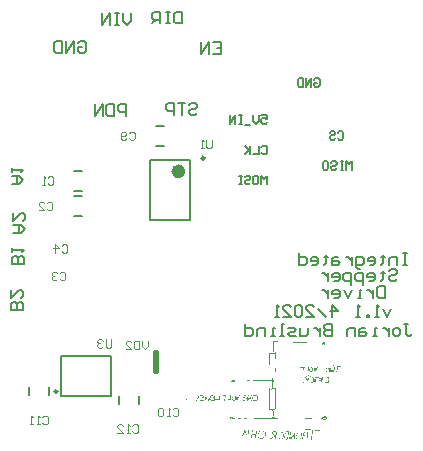
<source format=gbo>
G04 Layer_Color=13813960*
%FSLAX24Y24*%
%MOIN*%
G70*
G01*
G75*
%ADD27C,0.0098*%
%ADD51C,0.0100*%
%ADD52C,0.0039*%
%ADD53C,0.0079*%
%ADD86C,0.0236*%
%ADD87C,0.0059*%
G36*
X19214Y11544D02*
Y11539D01*
X19208Y11528D01*
Y11517D01*
Y11506D01*
Y11489D01*
Y11484D01*
Y11473D01*
Y11462D01*
Y11457D01*
Y11451D01*
Y11446D01*
Y11429D01*
Y11424D01*
Y11418D01*
Y11407D01*
X19214Y11402D01*
Y11407D01*
X19225Y11413D01*
X19230Y11418D01*
Y11429D01*
X19236Y11440D01*
X19252Y11462D01*
Y11468D01*
X19257Y11473D01*
Y11479D01*
X19263Y11489D01*
Y11495D01*
X19268Y11506D01*
Y11511D01*
X19279Y11528D01*
X19285Y11533D01*
Y11528D01*
X19290Y11522D01*
Y11517D01*
Y11506D01*
X19285Y11500D01*
X19279Y11489D01*
X19268Y11457D01*
X19263Y11451D01*
X19252Y11424D01*
Y11418D01*
X19247Y11413D01*
X19241Y11402D01*
X19236Y11397D01*
X19230D01*
X19225Y11391D01*
X19219Y11380D01*
X19214Y11375D01*
X19208Y11369D01*
X19203Y11375D01*
Y11380D01*
X19197Y11391D01*
X19192Y11413D01*
Y11451D01*
Y11457D01*
Y11462D01*
Y11489D01*
Y11517D01*
X19197Y11539D01*
Y11544D01*
X19203Y11550D01*
X19208D01*
X19214Y11544D01*
D02*
G37*
G36*
X20526Y11539D02*
X20553D01*
X20559Y11533D01*
X20570Y11522D01*
X20575Y11511D01*
Y11506D01*
X20586Y11484D01*
Y11473D01*
X20592Y11457D01*
Y11435D01*
Y11429D01*
X20586Y11418D01*
X20575Y11380D01*
X20564Y11369D01*
X20548Y11364D01*
X20526Y11358D01*
X20482D01*
X20466Y11364D01*
X20460Y11369D01*
X20455D01*
X20450Y11375D01*
Y11380D01*
X20455Y11386D01*
X20460D01*
X20477Y11380D01*
X20482D01*
X20493Y11375D01*
X20532D01*
X20537Y11380D01*
X20542D01*
X20553Y11386D01*
X20559Y11391D01*
X20564Y11402D01*
Y11413D01*
X20570Y11418D01*
X20575Y11440D01*
Y11446D01*
Y11451D01*
Y11462D01*
X20570Y11468D01*
X20564Y11473D01*
Y11484D01*
Y11489D01*
X20559Y11500D01*
X20548Y11511D01*
X20526Y11517D01*
X20521D01*
X20510Y11522D01*
X20499Y11528D01*
Y11533D01*
Y11539D01*
X20504Y11544D01*
X20521D01*
X20526Y11539D01*
D02*
G37*
G36*
X20920Y11544D02*
X20936Y11533D01*
X20942D01*
X20947Y11528D01*
X20953Y11517D01*
X20958Y11506D01*
X20969Y11495D01*
Y11489D01*
X20974Y11479D01*
Y11457D01*
X20969Y11424D01*
Y11418D01*
X20964Y11397D01*
X20953Y11380D01*
X20942Y11369D01*
X20936D01*
X20931Y11364D01*
X20909Y11353D01*
X20903D01*
X20892Y11347D01*
X20871D01*
X20849Y11353D01*
X20843Y11358D01*
X20827D01*
X20816Y11364D01*
X20810Y11369D01*
X20799D01*
X20794Y11380D01*
X20789Y11397D01*
X20783Y11402D01*
X20778Y11418D01*
X20772Y11440D01*
X20778Y11468D01*
X20783Y11473D01*
X20789Y11484D01*
Y11495D01*
X20794Y11500D01*
X20805Y11517D01*
Y11522D01*
X20816Y11533D01*
X20827Y11539D01*
X20838Y11544D01*
X20854Y11550D01*
X20903D01*
X20920Y11544D01*
D02*
G37*
G36*
X18995Y11506D02*
X19001D01*
X19006Y11500D01*
X19011Y11489D01*
Y11484D01*
X19001Y11473D01*
X18940Y11397D01*
X18935Y11386D01*
X18929Y11369D01*
X18935Y11364D01*
X18940Y11358D01*
X18968D01*
X18990Y11364D01*
X19011D01*
Y11358D01*
X19006Y11353D01*
X18995Y11347D01*
X18984D01*
X18951Y11342D01*
X18940D01*
X18918Y11353D01*
X18913Y11364D01*
Y11380D01*
X18924Y11402D01*
X18946Y11435D01*
X18968Y11462D01*
X18973Y11468D01*
X18979Y11479D01*
Y11484D01*
X18973Y11489D01*
X18968D01*
X18962Y11495D01*
X18957Y11500D01*
X18962Y11506D01*
X18968Y11511D01*
X18979D01*
X18995Y11506D01*
D02*
G37*
G36*
X20663Y11539D02*
Y11533D01*
X20657Y11528D01*
X20652Y11506D01*
Y11495D01*
X20646Y11484D01*
X20641Y11479D01*
Y11468D01*
Y11451D01*
Y11446D01*
Y11435D01*
Y11424D01*
X20635Y11413D01*
X20630Y11407D01*
Y11402D01*
X20635Y11391D01*
X20641Y11386D01*
X20646Y11391D01*
X20652Y11397D01*
Y11402D01*
X20657Y11413D01*
X20674Y11429D01*
X20696Y11462D01*
X20701Y11468D01*
X20707Y11473D01*
X20717Y11484D01*
X20723Y11489D01*
X20728Y11495D01*
X20739Y11511D01*
X20745Y11517D01*
X20750Y11528D01*
X20761D01*
Y11517D01*
X20756Y11506D01*
X20750Y11500D01*
Y11473D01*
Y11462D01*
X20745Y11446D01*
Y11435D01*
Y11424D01*
Y11407D01*
Y11402D01*
X20750Y11397D01*
X20767Y11375D01*
X20772Y11369D01*
Y11364D01*
X20767Y11353D01*
X20761D01*
X20756Y11347D01*
X20750Y11353D01*
X20739Y11358D01*
Y11364D01*
X20734Y11369D01*
X20728Y11386D01*
Y11407D01*
Y11413D01*
Y11424D01*
X20723Y11440D01*
X20712D01*
X20701Y11429D01*
X20679Y11407D01*
X20663Y11386D01*
X20641Y11364D01*
X20635Y11358D01*
X20630Y11353D01*
X20624Y11347D01*
X20619D01*
X20614Y11353D01*
X20608Y11369D01*
Y11375D01*
Y11380D01*
Y11397D01*
Y11407D01*
Y11429D01*
Y11435D01*
Y11440D01*
X20614Y11451D01*
X20619Y11457D01*
Y11468D01*
X20624Y11489D01*
Y11495D01*
X20630Y11517D01*
X20635Y11533D01*
X20641Y11544D01*
X20663D01*
Y11539D01*
D02*
G37*
G36*
X18601Y11402D02*
Y11391D01*
X18590D01*
X18585Y11397D01*
Y11402D01*
Y11407D01*
X18601Y11402D01*
D02*
G37*
G36*
X20526Y11462D02*
X20537D01*
X20548Y11457D01*
X20553Y11446D01*
X20548Y11440D01*
X20537Y11429D01*
X20521D01*
X20515Y11435D01*
X20510Y11440D01*
X20493Y11446D01*
X20488D01*
X20482Y11457D01*
Y11462D01*
X20488Y11468D01*
X20510D01*
X20526Y11462D01*
D02*
G37*
G36*
X19148Y11522D02*
X19154Y11517D01*
X19159Y11506D01*
X19165Y11495D01*
Y11489D01*
X19170Y11484D01*
X19175Y11468D01*
X19181Y11446D01*
Y11440D01*
Y11429D01*
X19175Y11391D01*
X19170Y11375D01*
X19165Y11369D01*
X19154Y11364D01*
X19143Y11358D01*
X19132Y11353D01*
X19126D01*
X19115Y11347D01*
X19077D01*
X19066Y11353D01*
X19050Y11358D01*
X19044Y11364D01*
X19039Y11369D01*
Y11375D01*
Y11380D01*
X19044Y11375D01*
X19050D01*
X19066Y11369D01*
X19077D01*
X19099Y11364D01*
X19115D01*
X19121Y11369D01*
X19132D01*
X19137Y11375D01*
X19148Y11386D01*
X19159Y11407D01*
X19170Y11424D01*
X19159Y11435D01*
X19154Y11440D01*
X19148Y11446D01*
X19099Y11457D01*
X19093D01*
X19088Y11462D01*
X19083Y11468D01*
Y11473D01*
X19088Y11479D01*
X19099D01*
X19104Y11473D01*
X19132Y11468D01*
X19148D01*
X19154Y11473D01*
X19148Y11479D01*
X19143Y11489D01*
X19137Y11495D01*
X19132Y11506D01*
X19126Y11511D01*
X19028D01*
Y11517D01*
X19033Y11522D01*
X19050Y11528D01*
X19083Y11533D01*
X19132D01*
X19148Y11522D01*
D02*
G37*
G36*
X20367Y11550D02*
X20373Y11544D01*
X20367Y11539D01*
X20362Y11522D01*
X20357Y11517D01*
X20351Y11511D01*
X20346Y11500D01*
X20340Y11495D01*
X20335Y11484D01*
X20329Y11479D01*
Y11468D01*
Y11462D01*
X20324Y11457D01*
X20318D01*
Y11446D01*
Y11440D01*
X20313Y11429D01*
X20307Y11424D01*
Y11418D01*
X20285Y11380D01*
X20275Y11364D01*
X20269D01*
X20264Y11358D01*
X20258Y11364D01*
X20253Y11369D01*
Y11375D01*
X20247Y11391D01*
X20242Y11407D01*
Y11413D01*
X20236Y11424D01*
X20231Y11413D01*
Y11402D01*
Y11391D01*
X20225Y11380D01*
X20214Y11369D01*
X20209Y11364D01*
X20193Y11353D01*
X20171D01*
X20165Y11358D01*
X20149D01*
X20138Y11364D01*
X20132Y11369D01*
X20127D01*
X20116Y11375D01*
X20110Y11380D01*
X20105Y11391D01*
Y11397D01*
X20100Y11402D01*
X20094Y11413D01*
Y11429D01*
X20100Y11457D01*
X20105Y11462D01*
X20110Y11484D01*
X20127Y11500D01*
X20149Y11522D01*
X20154Y11528D01*
X20165Y11533D01*
X20176D01*
X20198Y11522D01*
X20203Y11517D01*
X20214Y11511D01*
X20225Y11495D01*
X20231Y11479D01*
Y11473D01*
X20236Y11468D01*
X20242Y11473D01*
Y11479D01*
Y11484D01*
Y11506D01*
Y11511D01*
X20236Y11517D01*
Y11522D01*
Y11528D01*
Y11544D01*
Y11550D01*
X20247Y11555D01*
X20253D01*
Y11517D01*
Y11511D01*
Y11506D01*
X20258Y11479D01*
X20264Y11435D01*
Y11429D01*
X20269Y11413D01*
Y11402D01*
X20275D01*
Y11407D01*
X20291Y11446D01*
Y11451D01*
X20296D01*
X20302Y11457D01*
X20307Y11468D01*
Y11473D01*
X20313Y11479D01*
Y11484D01*
X20318Y11489D01*
X20329Y11517D01*
Y11522D01*
X20335Y11528D01*
X20346Y11550D01*
X20351Y11555D01*
X20357D01*
X20367Y11550D01*
D02*
G37*
G36*
X19711Y11539D02*
Y11522D01*
Y11517D01*
X19706Y11506D01*
X19700Y11495D01*
Y11479D01*
Y11446D01*
Y11435D01*
Y11418D01*
Y11397D01*
X19695Y11386D01*
X19689Y11369D01*
X19684Y11364D01*
X19673D01*
X19657Y11369D01*
X19651D01*
X19640Y11375D01*
X19624Y11380D01*
X19597D01*
X19586Y11386D01*
X19569D01*
X19558Y11391D01*
X19553D01*
X19542Y11397D01*
X19531Y11391D01*
X19525Y11380D01*
Y11369D01*
X19514Y11358D01*
X19432D01*
X19422Y11364D01*
X19416Y11369D01*
X19411D01*
X19405Y11364D01*
Y11358D01*
X19400Y11353D01*
X19394D01*
Y11364D01*
Y11369D01*
Y11380D01*
X19389Y11391D01*
X19383D01*
X19378Y11386D01*
X19367D01*
X19361Y11391D01*
X19350D01*
X19345Y11386D01*
X19340Y11380D01*
X19329Y11369D01*
X19323Y11364D01*
Y11358D01*
X19318Y11353D01*
Y11342D01*
X19312Y11336D01*
X19307D01*
X19301Y11342D01*
Y11353D01*
X19307Y11364D01*
Y11369D01*
X19312Y11380D01*
Y11397D01*
X19307Y11407D01*
X19301Y11413D01*
X19307Y11418D01*
X19329D01*
X19334Y11424D01*
X19340Y11435D01*
X19345Y11446D01*
Y11451D01*
X19356Y11468D01*
X19361Y11484D01*
X19367Y11495D01*
Y11500D01*
Y11511D01*
X19378Y11522D01*
X19389Y11528D01*
X19394D01*
X19400Y11522D01*
Y11511D01*
X19394Y11506D01*
Y11484D01*
Y11479D01*
Y11468D01*
Y11462D01*
X19400Y11446D01*
X19405Y11380D01*
X19432D01*
X19460Y11375D01*
X19498D01*
X19504Y11380D01*
X19509Y11386D01*
Y11391D01*
X19514Y11397D01*
X19520Y11424D01*
Y11429D01*
X19514Y11435D01*
Y11440D01*
X19509Y11446D01*
X19493D01*
X19487Y11451D01*
X19476Y11457D01*
X19471Y11462D01*
Y11468D01*
Y11473D01*
Y11479D01*
X19482D01*
X19493Y11473D01*
X19504Y11468D01*
X19520D01*
X19525Y11473D01*
Y11479D01*
X19520Y11484D01*
X19514Y11489D01*
X19509Y11495D01*
X19498Y11500D01*
X19482D01*
X19476Y11506D01*
X19465Y11511D01*
X19460Y11517D01*
X19432D01*
X19427Y11522D01*
Y11528D01*
X19432Y11533D01*
X19454D01*
X19465Y11528D01*
X19476Y11522D01*
X19482D01*
X19493Y11517D01*
X19509D01*
X19531Y11522D01*
X19553Y11495D01*
Y11489D01*
X19547Y11484D01*
X19542Y11479D01*
X19536Y11468D01*
Y11446D01*
Y11440D01*
Y11429D01*
Y11418D01*
X19542Y11407D01*
X19547D01*
X19564Y11402D01*
X19629Y11397D01*
X19673D01*
X19679Y11402D01*
Y11407D01*
Y11424D01*
Y11435D01*
X19684Y11457D01*
Y11484D01*
Y11495D01*
Y11511D01*
X19689Y11533D01*
X19695Y11544D01*
X19711D01*
Y11539D01*
D02*
G37*
G36*
X20067Y11533D02*
Y11511D01*
Y11489D01*
Y11468D01*
Y11462D01*
Y11457D01*
Y11429D01*
Y11402D01*
X20061Y11380D01*
X20056Y11375D01*
X20050Y11369D01*
X20039D01*
X20034Y11375D01*
X20023Y11380D01*
X20018D01*
X19996Y11386D01*
X19990D01*
X19985Y11391D01*
X19957Y11402D01*
X19952D01*
X19941Y11407D01*
X19936D01*
Y11413D01*
X19941Y11418D01*
X19979D01*
X20001Y11413D01*
X20007D01*
X20018Y11407D01*
X20023D01*
X20028Y11402D01*
X20034D01*
X20039Y11413D01*
X20045Y11424D01*
Y11440D01*
Y11446D01*
Y11457D01*
Y11468D01*
X20050Y11479D01*
Y11484D01*
Y11495D01*
Y11522D01*
Y11528D01*
X20045Y11533D01*
Y11544D01*
X20050Y11550D01*
X20067D01*
Y11533D01*
D02*
G37*
G36*
X22423Y10292D02*
Y10287D01*
X22429Y10276D01*
Y10254D01*
Y10248D01*
Y10237D01*
Y10221D01*
Y10210D01*
Y10204D01*
X22418Y10177D01*
X22413Y10172D01*
Y10155D01*
Y10150D01*
X22407Y10128D01*
X22402Y10112D01*
X22396Y10101D01*
X22385Y10079D01*
X22380D01*
X22374Y10073D01*
X22369Y10068D01*
X22358Y10062D01*
X22303D01*
X22287Y10068D01*
X22270Y10073D01*
X22265Y10079D01*
X22248Y10095D01*
X22232Y10106D01*
Y10150D01*
Y10155D01*
Y10172D01*
Y10188D01*
X22238Y10194D01*
Y10199D01*
X22243Y10210D01*
Y10215D01*
X22248Y10221D01*
X22254Y10226D01*
Y10232D01*
X22259Y10243D01*
X22265Y10254D01*
X22281Y10276D01*
Y10281D01*
X22309D01*
Y10276D01*
X22298Y10265D01*
X22281Y10237D01*
X22270Y10221D01*
X22265Y10215D01*
X22254Y10199D01*
X22248Y10172D01*
X22243Y10144D01*
Y10139D01*
X22248Y10128D01*
X22254Y10112D01*
X22270Y10101D01*
X22276Y10095D01*
X22281Y10090D01*
X22298D01*
X22309Y10084D01*
X22314D01*
X22336Y10079D01*
X22358Y10084D01*
X22369Y10095D01*
X22380Y10106D01*
X22385Y10117D01*
X22391Y10139D01*
X22396Y10177D01*
X22402Y10232D01*
Y10292D01*
X22413Y10297D01*
X22418D01*
X22423Y10292D01*
D02*
G37*
G36*
X21155Y10352D02*
X21166Y10347D01*
X21177Y10341D01*
X21193Y10325D01*
X21199D01*
X21204Y10314D01*
X21215Y10308D01*
X21221Y10297D01*
X21226Y10287D01*
Y10276D01*
Y10259D01*
Y10237D01*
Y10232D01*
Y10221D01*
Y10204D01*
Y10194D01*
X21215Y10177D01*
Y10166D01*
X21210Y10155D01*
X21199Y10139D01*
X21193Y10133D01*
X21182Y10128D01*
X21155Y10106D01*
X21138Y10101D01*
X21133Y10095D01*
X21128D01*
X21111Y10090D01*
X21100D01*
X21078Y10084D01*
X21051D01*
X21040Y10090D01*
X21035Y10095D01*
X21024D01*
X21018Y10101D01*
X21007D01*
X20996Y10112D01*
X20991D01*
X20980Y10117D01*
X20974Y10128D01*
X20958Y10144D01*
Y10177D01*
Y10183D01*
Y10194D01*
Y10210D01*
X20964Y10226D01*
X20969Y10243D01*
Y10248D01*
X20974Y10259D01*
X20980Y10265D01*
X20985Y10276D01*
Y10281D01*
X20991Y10292D01*
X20996Y10308D01*
Y10314D01*
X21007Y10319D01*
X21013Y10325D01*
X21018Y10336D01*
X21029D01*
Y10341D01*
X21040D01*
X21046Y10347D01*
X21062D01*
X21067Y10352D01*
X21084D01*
X21106Y10358D01*
X21138D01*
X21155Y10352D01*
D02*
G37*
G36*
X22522Y10303D02*
Y10292D01*
X22516Y10287D01*
X22511Y10276D01*
X22505Y10265D01*
Y10259D01*
Y10243D01*
X22500Y10232D01*
X22495Y10221D01*
X22489Y10210D01*
X22495Y10204D01*
X22500Y10199D01*
X22522Y10194D01*
X22533D01*
X22544Y10188D01*
X22560D01*
X22593Y10183D01*
X22604D01*
X22609Y10188D01*
Y10199D01*
Y10215D01*
Y10237D01*
Y10297D01*
X22631D01*
X22642Y10292D01*
X22637Y10276D01*
Y10265D01*
Y10254D01*
Y10237D01*
Y10232D01*
X22631Y10221D01*
Y10194D01*
X22626Y10183D01*
Y10172D01*
Y10155D01*
Y10150D01*
Y10139D01*
X22620Y10112D01*
X22609Y10090D01*
Y10084D01*
X22604Y10068D01*
X22598Y10062D01*
X22593D01*
X22587Y10068D01*
Y10073D01*
Y10079D01*
Y10090D01*
X22593Y10101D01*
Y10106D01*
X22598Y10112D01*
X22604Y10139D01*
Y10144D01*
X22598Y10150D01*
X22593Y10161D01*
X22577D01*
X22571Y10166D01*
X22566D01*
X22555Y10172D01*
X22505D01*
X22500Y10177D01*
X22495Y10183D01*
X22489Y10177D01*
X22484Y10166D01*
X22478Y10161D01*
Y10150D01*
Y10144D01*
X22473Y10133D01*
X22467Y10128D01*
Y10117D01*
Y10112D01*
X22462Y10106D01*
X22456Y10101D01*
Y10084D01*
X22451Y10079D01*
X22429D01*
X22451Y10122D01*
Y10128D01*
X22456Y10139D01*
Y10144D01*
X22462Y10155D01*
Y10161D01*
X22467Y10177D01*
Y10183D01*
X22462Y10188D01*
X22456Y10194D01*
X22445D01*
X22440Y10199D01*
X22434D01*
X22440Y10204D01*
X22467D01*
X22473Y10210D01*
X22478Y10226D01*
Y10232D01*
X22484Y10254D01*
Y10259D01*
Y10265D01*
X22489Y10281D01*
Y10287D01*
Y10292D01*
X22500Y10303D01*
X22505Y10308D01*
X22522D01*
Y10303D01*
D02*
G37*
G36*
X21991Y10336D02*
X21997Y10330D01*
X22002Y10325D01*
X22008Y10303D01*
X22002Y10292D01*
X21997Y10276D01*
X21991Y10270D01*
Y10243D01*
Y10237D01*
Y10232D01*
X21986Y10210D01*
X21981Y10177D01*
Y10166D01*
X21975Y10155D01*
X21970Y10150D01*
Y10144D01*
Y10128D01*
Y10122D01*
Y10117D01*
Y10106D01*
X21964Y10101D01*
X21959D01*
Y10095D01*
X21953Y10084D01*
X21948Y10079D01*
Y10051D01*
Y10046D01*
X21942Y10040D01*
Y10035D01*
X21937Y10040D01*
X21926Y10051D01*
X21909Y10057D01*
X21904D01*
X21899Y10062D01*
X21877Y10073D01*
X21855Y10095D01*
X21844Y10117D01*
Y10122D01*
Y10128D01*
X21849Y10155D01*
Y10161D01*
Y10166D01*
Y10177D01*
X21855Y10183D01*
Y10188D01*
X21860Y10199D01*
Y10204D01*
X21866Y10221D01*
Y10226D01*
Y10232D01*
X21871Y10243D01*
Y10248D01*
X21877Y10259D01*
Y10265D01*
X21882Y10281D01*
Y10292D01*
X21893Y10303D01*
X21904Y10319D01*
X21909Y10325D01*
X21920Y10330D01*
X21937Y10341D01*
X21975D01*
X21991Y10336D01*
D02*
G37*
G36*
X22057Y10319D02*
Y10314D01*
X22063Y10303D01*
X22057Y10297D01*
Y10287D01*
Y10265D01*
Y10259D01*
Y10248D01*
X22052Y10221D01*
X22046Y10215D01*
Y10194D01*
Y10183D01*
X22041Y10166D01*
X22035Y10161D01*
Y10133D01*
Y10122D01*
X22030Y10106D01*
Y10101D01*
X22024Y10095D01*
Y10090D01*
X22030Y10084D01*
X22035D01*
X22041Y10090D01*
X22057Y10101D01*
X22074Y10112D01*
X22079Y10117D01*
X22084Y10128D01*
X22106Y10155D01*
X22177Y10243D01*
Y10248D01*
Y10259D01*
Y10265D01*
X22183Y10270D01*
X22188Y10276D01*
X22194Y10287D01*
Y10292D01*
X22205Y10297D01*
X22216D01*
X22221Y10292D01*
X22216Y10281D01*
X22205Y10259D01*
X22194Y10226D01*
Y10122D01*
Y10117D01*
X22199Y10106D01*
Y10101D01*
X22205Y10084D01*
X22199Y10073D01*
X22188Y10062D01*
X22183D01*
X22177Y10068D01*
Y10079D01*
Y10084D01*
Y10090D01*
X22172Y10112D01*
Y10122D01*
Y10139D01*
Y10161D01*
Y10172D01*
Y10188D01*
X22166Y10199D01*
X22161Y10194D01*
Y10188D01*
X22156Y10183D01*
X22139Y10161D01*
X22112Y10122D01*
X22079Y10090D01*
X22074Y10084D01*
X22068Y10079D01*
X22057Y10073D01*
X22052D01*
X22046Y10068D01*
X22024Y10062D01*
X22019Y10068D01*
X22013Y10079D01*
X22008Y10090D01*
Y10095D01*
Y10101D01*
Y10117D01*
X22013Y10128D01*
Y10133D01*
X22019Y10139D01*
X22024Y10161D01*
Y10166D01*
X22030Y10183D01*
Y10188D01*
Y10194D01*
X22035Y10221D01*
Y10226D01*
Y10232D01*
Y10243D01*
X22041Y10248D01*
Y10259D01*
X22046Y10270D01*
Y10287D01*
Y10297D01*
Y10314D01*
X22052Y10325D01*
X22057Y10319D01*
D02*
G37*
G36*
X21560Y10347D02*
X21565D01*
X21576Y10336D01*
X21592Y10325D01*
X21603Y10308D01*
Y10303D01*
Y10297D01*
Y10270D01*
X21598Y10259D01*
X21592Y10237D01*
Y10232D01*
X21581Y10215D01*
X21576Y10204D01*
Y10188D01*
Y10166D01*
Y10161D01*
Y10150D01*
Y10139D01*
X21570Y10128D01*
X21565Y10122D01*
Y10117D01*
Y10101D01*
Y10095D01*
X21560Y10090D01*
X21549Y10084D01*
X21543Y10090D01*
X21538Y10101D01*
X21543Y10117D01*
Y10122D01*
Y10133D01*
X21549Y10155D01*
Y10161D01*
Y10172D01*
Y10188D01*
X21554Y10194D01*
Y10204D01*
X21560Y10215D01*
Y10232D01*
Y10237D01*
Y10248D01*
X21565Y10259D01*
X21570Y10270D01*
Y10276D01*
Y10281D01*
Y10303D01*
Y10308D01*
X21560Y10314D01*
X21554Y10325D01*
X21538Y10330D01*
X21505D01*
X21488Y10319D01*
X21477Y10303D01*
Y10281D01*
Y10254D01*
X21494Y10237D01*
X21505Y10232D01*
X21510Y10226D01*
X21521Y10221D01*
X21527D01*
Y10215D01*
X21532Y10204D01*
Y10199D01*
X21538Y10183D01*
X21527Y10172D01*
X21521Y10166D01*
X21510Y10144D01*
X21505D01*
X21499Y10139D01*
X21488Y10133D01*
X21483D01*
Y10128D01*
X21477Y10122D01*
X21467Y10117D01*
X21456Y10112D01*
X21450D01*
X21445Y10106D01*
X21434Y10101D01*
X21428Y10095D01*
X21423D01*
X21401Y10090D01*
X21395D01*
X21385Y10084D01*
X21374Y10079D01*
X21368Y10073D01*
X21363Y10079D01*
X21368Y10084D01*
X21374Y10090D01*
X21379D01*
X21385Y10095D01*
X21417Y10112D01*
X21445Y10128D01*
X21483Y10155D01*
X21488Y10161D01*
X21499Y10177D01*
X21510Y10194D01*
X21505Y10199D01*
X21499Y10210D01*
X21494Y10215D01*
X21477Y10226D01*
X21472D01*
X21467Y10232D01*
X21461Y10237D01*
Y10243D01*
Y10248D01*
X21456Y10259D01*
X21450Y10265D01*
Y10287D01*
Y10292D01*
Y10297D01*
X21456Y10308D01*
Y10314D01*
X21461Y10319D01*
Y10325D01*
X21467Y10330D01*
X21477Y10341D01*
X21499Y10352D01*
X21505D01*
X21521Y10358D01*
X21538D01*
X21560Y10347D01*
D02*
G37*
G36*
X21817Y10297D02*
Y10292D01*
Y10287D01*
X21789D01*
X21778Y10292D01*
X21767D01*
X21740Y10297D01*
X21702D01*
X21685Y10303D01*
X21680D01*
X21685Y10308D01*
X21800D01*
X21817Y10297D01*
D02*
G37*
G36*
X22746Y10390D02*
X22762D01*
X22779Y10385D01*
X22850D01*
X22872Y10379D01*
X22894D01*
X22910Y10374D01*
X23036D01*
X23041Y10369D01*
X23047Y10352D01*
Y10347D01*
X23041Y10341D01*
X23019D01*
X23009Y10330D01*
X22998D01*
X22987Y10341D01*
X22981D01*
X22976Y10347D01*
X22959Y10352D01*
X22910D01*
X22888Y10358D01*
X22872Y10363D01*
X22850Y10369D01*
X22845D01*
X22828Y10374D01*
X22812Y10369D01*
X22806Y10363D01*
X22801Y10352D01*
X22795Y10330D01*
X22790Y10319D01*
Y10297D01*
Y10265D01*
Y10254D01*
X22784Y10237D01*
Y10215D01*
X22779Y10199D01*
X22773Y10150D01*
Y10073D01*
Y10068D01*
X22768Y10062D01*
X22757Y10057D01*
X22752Y10051D01*
X22746Y10057D01*
X22741Y10062D01*
Y10068D01*
Y10073D01*
Y10084D01*
X22746Y10095D01*
Y10117D01*
Y10122D01*
Y10133D01*
Y10150D01*
X22752Y10161D01*
Y10166D01*
Y10177D01*
X22757Y10194D01*
Y10221D01*
Y10232D01*
Y10248D01*
X22762Y10270D01*
X22768Y10292D01*
Y10297D01*
Y10308D01*
X22773Y10347D01*
Y10374D01*
X22702D01*
X22686Y10379D01*
X22659D01*
X22637Y10385D01*
X22511D01*
Y10390D01*
X22516D01*
X22533Y10396D01*
X22730D01*
X22746Y10390D01*
D02*
G37*
G36*
X20674Y10385D02*
Y10379D01*
X20679Y10369D01*
Y10363D01*
X20674Y10347D01*
Y10308D01*
Y10287D01*
Y10254D01*
Y10248D01*
Y10243D01*
Y10210D01*
X20679Y10183D01*
Y10166D01*
X20685Y10161D01*
Y10155D01*
Y10139D01*
X20679Y10133D01*
X20674Y10128D01*
X20668Y10133D01*
X20663Y10144D01*
Y10155D01*
X20657Y10281D01*
Y10287D01*
Y10292D01*
X20652D01*
Y10281D01*
X20646Y10276D01*
Y10270D01*
X20608Y10210D01*
X20603Y10204D01*
X20586Y10199D01*
X20581Y10204D01*
X20575Y10215D01*
Y10221D01*
X20570Y10237D01*
Y10243D01*
X20564Y10248D01*
Y10259D01*
Y10265D01*
X20559Y10281D01*
X20548Y10308D01*
Y10314D01*
X20542Y10325D01*
X20532Y10330D01*
X20526Y10319D01*
Y10314D01*
Y10303D01*
X20521D01*
Y10292D01*
X20515Y10287D01*
X20504Y10270D01*
X20499Y10254D01*
Y10248D01*
X20493Y10232D01*
X20488Y10226D01*
Y10215D01*
Y10210D01*
X20477Y10194D01*
X20439Y10133D01*
Y10128D01*
X20433Y10122D01*
X20428D01*
X20422Y10128D01*
X20428Y10144D01*
Y10150D01*
X20433Y10155D01*
X20439Y10161D01*
Y10166D01*
X20444Y10177D01*
X20482Y10259D01*
Y10265D01*
Y10270D01*
X20488Y10281D01*
Y10287D01*
X20493Y10297D01*
Y10303D01*
X20499Y10314D01*
Y10319D01*
X20510Y10330D01*
Y10336D01*
X20515Y10347D01*
Y10352D01*
Y10363D01*
X20521Y10374D01*
X20532Y10379D01*
X20542D01*
X20548Y10374D01*
X20553Y10363D01*
Y10352D01*
X20559Y10336D01*
Y10330D01*
X20564Y10325D01*
X20575Y10276D01*
Y10265D01*
X20586Y10243D01*
X20592Y10232D01*
X20597Y10237D01*
X20603Y10243D01*
X20608Y10248D01*
X20619Y10259D01*
X20624Y10270D01*
X20641Y10319D01*
X20646Y10330D01*
X20652Y10352D01*
Y10358D01*
Y10374D01*
X20663Y10385D01*
X20668Y10390D01*
X20674Y10385D01*
D02*
G37*
G36*
X20805Y10363D02*
Y10352D01*
X20794Y10336D01*
X20789Y10330D01*
X20783Y10308D01*
Y10303D01*
Y10287D01*
X20778Y10281D01*
Y10265D01*
Y10243D01*
X20898Y10254D01*
X20903D01*
X20909Y10259D01*
Y10265D01*
X20914Y10276D01*
Y10281D01*
X20920Y10292D01*
Y10314D01*
Y10341D01*
X20947D01*
Y10319D01*
Y10314D01*
Y10308D01*
Y10297D01*
Y10292D01*
X20942Y10287D01*
X20936Y10270D01*
X20931Y10259D01*
X20925Y10243D01*
X20920Y10237D01*
Y10226D01*
Y10221D01*
X20914Y10210D01*
X20909Y10204D01*
Y10199D01*
Y10183D01*
Y10172D01*
Y10161D01*
X20903D01*
Y10155D01*
X20898Y10144D01*
Y10139D01*
Y10128D01*
X20892Y10112D01*
X20881Y10106D01*
X20871D01*
X20865Y10112D01*
X20871Y10122D01*
Y10128D01*
X20876Y10139D01*
X20881Y10166D01*
Y10172D01*
Y10183D01*
Y10194D01*
X20887Y10204D01*
Y10210D01*
Y10215D01*
X20876Y10221D01*
X20860D01*
X20832Y10226D01*
X20827D01*
X20805Y10232D01*
X20778D01*
X20772Y10226D01*
Y10215D01*
Y10199D01*
Y10194D01*
Y10188D01*
Y10177D01*
X20767Y10172D01*
X20761D01*
Y10166D01*
Y10155D01*
Y10150D01*
X20756Y10133D01*
X20750Y10122D01*
X20745D01*
X20739Y10117D01*
X20734Y10122D01*
Y10133D01*
X20739Y10150D01*
Y10155D01*
X20745Y10172D01*
X20750Y10204D01*
Y10210D01*
Y10221D01*
X20756Y10248D01*
Y10254D01*
Y10259D01*
X20761Y10292D01*
Y10297D01*
Y10308D01*
X20767Y10325D01*
X20772Y10336D01*
X20778Y10363D01*
X20783Y10369D01*
X20794Y10374D01*
X20799D01*
X20805Y10363D01*
D02*
G37*
G36*
X21844Y10270D02*
Y10254D01*
X21838Y10248D01*
Y10226D01*
Y10215D01*
X21833Y10199D01*
X21827Y10194D01*
Y10177D01*
X21822Y10166D01*
Y10150D01*
X21817Y10144D01*
Y10139D01*
Y10122D01*
X21811Y10112D01*
X21806Y10095D01*
X21800Y10084D01*
Y10079D01*
X21795Y10073D01*
X21784Y10068D01*
X21756Y10062D01*
X21745D01*
X21729Y10068D01*
X21696Y10073D01*
X21669Y10084D01*
Y10090D01*
Y10095D01*
X21696D01*
X21713Y10090D01*
X21718D01*
X21729Y10084D01*
X21751D01*
X21773Y10090D01*
X21784Y10106D01*
X21789Y10133D01*
Y10139D01*
X21795Y10144D01*
X21800Y10172D01*
Y10194D01*
X21773D01*
X21767Y10199D01*
X21756D01*
X21751Y10204D01*
X21740D01*
X21734Y10210D01*
X21729D01*
Y10215D01*
Y10221D01*
X21762D01*
X21773Y10215D01*
X21778D01*
X21789Y10210D01*
X21800Y10215D01*
X21811Y10221D01*
X21817Y10237D01*
Y10243D01*
X21822Y10248D01*
X21827Y10265D01*
Y10270D01*
X21833Y10276D01*
X21844D01*
Y10270D01*
D02*
G37*
G36*
X22746Y12151D02*
X22752D01*
X22762Y12146D01*
X22768D01*
X22779Y12140D01*
X22784D01*
X22795Y12135D01*
Y12140D01*
X22801Y12146D01*
Y12151D01*
Y12157D01*
X22845D01*
X22855Y12151D01*
X22872D01*
X22894Y12146D01*
X22927D01*
X22943Y12140D01*
X22954D01*
X22965Y12135D01*
X22992D01*
X22998Y12129D01*
X23003Y12124D01*
X22998Y12118D01*
X22981Y12113D01*
X22970D01*
X22959Y12118D01*
X22954Y12124D01*
X22910D01*
Y12096D01*
Y12091D01*
Y12080D01*
Y12064D01*
X22905Y12053D01*
X22899Y12047D01*
Y12036D01*
X22894Y12031D01*
X22888Y12014D01*
X22877Y11993D01*
X22872D01*
X22866Y11987D01*
X22855Y11982D01*
X22850D01*
X22861Y12014D01*
X22866Y12020D01*
X22877Y12031D01*
Y12036D01*
X22883Y12047D01*
Y12053D01*
Y12064D01*
X22888Y12085D01*
Y12091D01*
Y12107D01*
Y12118D01*
X22883Y12129D01*
X22877Y12135D01*
X22823D01*
X22817Y12129D01*
Y12124D01*
Y12118D01*
X22823Y12113D01*
Y12091D01*
Y12058D01*
X22828Y12053D01*
X22839Y12047D01*
X22845Y12042D01*
X22834Y12036D01*
X22828D01*
X22823Y12025D01*
Y12014D01*
Y12009D01*
Y12003D01*
Y11993D01*
X22817Y11987D01*
X22812Y11976D01*
X22806Y11965D01*
X22790Y11954D01*
X22752D01*
X22730Y11960D01*
X22724D01*
X22719Y11965D01*
X22708Y11971D01*
X22702Y11976D01*
X22680D01*
X22675Y11982D01*
X22670Y11987D01*
Y11998D01*
X22686D01*
X22691Y11993D01*
X22708D01*
X22724Y11982D01*
X22735Y11976D01*
X22768D01*
X22784Y11982D01*
X22790Y11998D01*
X22795Y12014D01*
X22801Y12031D01*
X22757Y12042D01*
X22752Y12047D01*
X22730D01*
X22724Y12053D01*
X22719Y12058D01*
X22724Y12069D01*
X22730Y12075D01*
X22735Y12069D01*
X22741Y12064D01*
X22746Y12058D01*
X22773D01*
X22790Y12053D01*
X22795Y12058D01*
X22801Y12069D01*
X22806Y12085D01*
Y12091D01*
X22801Y12107D01*
Y12113D01*
X22795Y12118D01*
X22784Y12124D01*
X22773D01*
X22757Y12129D01*
X22735Y12140D01*
X22730Y12146D01*
X22713D01*
X22708Y12151D01*
Y12157D01*
X22713Y12162D01*
X22735D01*
X22746Y12151D01*
D02*
G37*
G36*
X23216D02*
X23315D01*
X23326Y12135D01*
Y12129D01*
X23331Y12124D01*
X23337Y12113D01*
X23342Y12102D01*
Y12096D01*
X23348Y12091D01*
Y12085D01*
X23353Y12075D01*
Y12058D01*
Y12053D01*
Y12042D01*
Y12031D01*
X23348Y12020D01*
X23342Y12014D01*
Y11998D01*
X23337Y11993D01*
X23326Y11976D01*
X23309Y11949D01*
X23222D01*
X23211Y11954D01*
X23205Y11960D01*
X23173D01*
X23156Y11971D01*
X23145Y11976D01*
X23140Y11982D01*
X23134D01*
Y11987D01*
X23173D01*
X23178Y11982D01*
X23189D01*
X23211Y11976D01*
X23255Y11971D01*
X23276D01*
X23298Y11976D01*
X23315Y11993D01*
X23320Y11998D01*
X23326Y12009D01*
Y12020D01*
X23320Y12025D01*
X23304D01*
Y12031D01*
Y12036D01*
X23276D01*
X23266Y12042D01*
X23260Y12047D01*
X23233D01*
X23227Y12053D01*
X23233Y12058D01*
X23238Y12064D01*
X23244D01*
X23249Y12058D01*
X23266D01*
X23276Y12053D01*
X23287D01*
X23304Y12047D01*
X23326D01*
Y12053D01*
Y12069D01*
Y12075D01*
X23320Y12096D01*
X23304Y12113D01*
X23276Y12124D01*
X23266D01*
X23255Y12129D01*
X23249Y12135D01*
X23211D01*
X23200Y12140D01*
X23194Y12146D01*
Y12151D01*
X23200Y12157D01*
X23216Y12151D01*
D02*
G37*
G36*
X23528Y12430D02*
Y12424D01*
Y12414D01*
Y12397D01*
X23523Y12381D01*
X23517Y12370D01*
Y12348D01*
X23512Y12342D01*
X23506Y12332D01*
X23495Y12321D01*
X23484Y12326D01*
X23479Y12332D01*
X23457Y12353D01*
X23446Y12342D01*
X23441Y12337D01*
X23430Y12321D01*
X23413Y12304D01*
X23391Y12299D01*
X23386D01*
X23375Y12304D01*
X23369Y12315D01*
X23364Y12326D01*
Y12332D01*
Y12337D01*
Y12342D01*
X23358Y12332D01*
X23348Y12321D01*
X23337Y12315D01*
X23315Y12304D01*
X23309D01*
X23298Y12299D01*
X23282D01*
X23271Y12304D01*
X23255Y12310D01*
X23249Y12315D01*
X23244D01*
Y12321D01*
X23233D01*
Y12332D01*
X23222Y12353D01*
Y12359D01*
Y12370D01*
Y12386D01*
X23227Y12403D01*
Y12408D01*
X23233Y12419D01*
X23244Y12435D01*
X23255Y12446D01*
X23304Y12468D01*
X23309D01*
X23320Y12463D01*
X23331Y12452D01*
X23342Y12441D01*
X23353Y12419D01*
Y12414D01*
X23364Y12403D01*
X23369Y12397D01*
X23375D01*
Y12408D01*
Y12414D01*
X23380Y12424D01*
Y12430D01*
X23386Y12441D01*
Y12446D01*
X23391Y12452D01*
X23397Y12457D01*
X23408Y12463D01*
X23413Y12457D01*
X23419Y12452D01*
X23413Y12435D01*
X23397Y12408D01*
Y12403D01*
X23391Y12386D01*
X23386Y12348D01*
Y12342D01*
Y12337D01*
X23391Y12332D01*
X23397Y12326D01*
X23402D01*
X23419Y12332D01*
X23424Y12337D01*
X23430Y12353D01*
Y12359D01*
X23435Y12370D01*
X23446Y12381D01*
X23457Y12375D01*
X23468Y12370D01*
X23473D01*
X23479Y12364D01*
X23490Y12359D01*
X23495D01*
Y12370D01*
X23501Y12392D01*
Y12419D01*
Y12468D01*
X23528D01*
Y12430D01*
D02*
G37*
G36*
X22768Y12463D02*
X22773Y12457D01*
X22779Y12452D01*
X22790Y12441D01*
X22795Y12430D01*
Y12419D01*
X22801Y12408D01*
Y12386D01*
Y12381D01*
Y12375D01*
Y12364D01*
X22795Y12359D01*
X22784Y12342D01*
X22779Y12337D01*
X22768Y12332D01*
X22746Y12326D01*
X22724D01*
X22708Y12332D01*
X22702Y12337D01*
X22691Y12353D01*
Y12359D01*
X22686Y12364D01*
Y12375D01*
Y12386D01*
Y12414D01*
Y12419D01*
X22691Y12430D01*
X22702Y12446D01*
X22719Y12457D01*
X22724Y12463D01*
X22735Y12468D01*
X22752D01*
X22768Y12463D01*
D02*
G37*
G36*
X22664Y12457D02*
Y12446D01*
X22670Y12424D01*
Y12397D01*
Y12392D01*
Y12375D01*
X22664Y12359D01*
X22659Y12342D01*
X22653D01*
X22648Y12337D01*
X22626Y12332D01*
X22582D01*
X22566Y12337D01*
X22549Y12342D01*
X22544Y12348D01*
Y12353D01*
X22609D01*
X22626Y12359D01*
X22642Y12375D01*
Y12381D01*
X22648Y12397D01*
X22653Y12414D01*
X22648Y12435D01*
Y12441D01*
X22642Y12452D01*
Y12457D01*
X22648Y12463D01*
X22664D01*
Y12457D01*
D02*
G37*
G36*
X22834Y12517D02*
X22839Y12507D01*
X22845Y12496D01*
X22850Y12474D01*
Y12468D01*
Y12457D01*
Y12441D01*
X22855Y12430D01*
Y12424D01*
Y12403D01*
Y12397D01*
X22861Y12381D01*
X22872D01*
X22877Y12386D01*
X22888Y12403D01*
X22905Y12424D01*
Y12430D01*
X22910Y12435D01*
Y12441D01*
X22916D01*
Y12446D01*
X22921Y12452D01*
X22932Y12485D01*
X22937Y12490D01*
X22943Y12485D01*
X22948Y12479D01*
X22959Y12474D01*
X22927Y12424D01*
X22921Y12419D01*
Y12414D01*
X22899Y12364D01*
Y12359D01*
X22888Y12353D01*
X22883D01*
X22877Y12348D01*
Y12337D01*
X22872Y12332D01*
X22855D01*
X22850Y12337D01*
X22845Y12348D01*
X22839Y12359D01*
Y12375D01*
X22834Y12386D01*
Y12403D01*
Y12424D01*
Y12430D01*
Y12446D01*
Y12463D01*
X22828Y12474D01*
X22823Y12479D01*
Y12501D01*
Y12507D01*
Y12512D01*
Y12523D01*
X22828D01*
X22834Y12517D01*
D02*
G37*
G36*
X22456Y12474D02*
X22462D01*
X22489Y12468D01*
X22500D01*
X22516Y12463D01*
X22522D01*
X22533Y12457D01*
X22549D01*
X22560Y12452D01*
X22566Y12446D01*
Y12441D01*
X22560Y12435D01*
X22549Y12430D01*
X22538D01*
X22527Y12435D01*
X22505D01*
X22495Y12424D01*
Y12408D01*
X22489Y12386D01*
Y12381D01*
X22484Y12375D01*
Y12364D01*
Y12359D01*
X22478Y12342D01*
X22473Y12337D01*
X22462D01*
X22445Y12332D01*
X22429D01*
X22396Y12342D01*
X22380D01*
X22369Y12337D01*
X22336D01*
X22320Y12342D01*
X22314Y12353D01*
Y12359D01*
X22325Y12375D01*
X22363Y12414D01*
Y12419D01*
X22374Y12424D01*
X22391Y12435D01*
Y12441D01*
X22385D01*
X22380Y12446D01*
X22347D01*
X22352Y12457D01*
X22358Y12463D01*
X22369Y12468D01*
X22396D01*
X22418Y12474D01*
X22429Y12479D01*
X22440D01*
X22456Y12474D01*
D02*
G37*
G36*
X22675Y12189D02*
X22680Y12173D01*
X22686Y12168D01*
Y12162D01*
Y12151D01*
X22680Y12146D01*
X22675Y12129D01*
Y12124D01*
Y12118D01*
X22670Y12113D01*
Y12107D01*
Y12091D01*
Y12085D01*
X22664Y12080D01*
X22659Y12053D01*
X22653Y12042D01*
X22648Y12031D01*
Y12009D01*
Y12003D01*
Y11993D01*
X22642Y11982D01*
X22637Y11976D01*
X22631Y11982D01*
X22626Y11993D01*
Y12014D01*
Y12020D01*
X22620Y12031D01*
X22609D01*
X22604Y12025D01*
X22593Y12014D01*
X22587Y12009D01*
X22582Y12003D01*
X22571Y11993D01*
X22560Y11987D01*
X22555Y11982D01*
X22533Y11976D01*
X22516Y11965D01*
X22500Y11960D01*
X22495D01*
X22478Y11954D01*
X22467Y11949D01*
X22462D01*
X22456Y11954D01*
X22462Y11960D01*
Y11965D01*
X22467Y11971D01*
X22473Y11976D01*
X22484D01*
X22495Y11982D01*
X22522Y11993D01*
X22555Y12003D01*
X22560D01*
X22566Y12009D01*
X22582Y12020D01*
Y12025D01*
X22587Y12031D01*
X22593Y12042D01*
X22598Y12053D01*
X22582Y12069D01*
X22577Y12075D01*
X22560Y12096D01*
X22549Y12118D01*
Y12129D01*
X22555Y12135D01*
X22560Y12146D01*
Y12151D01*
X22566Y12157D01*
X22571Y12162D01*
X22582Y12168D01*
X22587Y12173D01*
X22598Y12178D01*
Y12184D01*
X22604D01*
X22615Y12189D01*
X22626Y12195D01*
X22670D01*
X22675Y12189D01*
D02*
G37*
G36*
X21499Y13327D02*
X21538D01*
X21778Y13321D01*
X21970D01*
X21997Y13316D01*
X22030D01*
X22052Y13310D01*
X22172D01*
X22489Y13294D01*
X22593D01*
X22609Y13288D01*
X22724D01*
X22784Y13283D01*
X23107D01*
X23123Y13288D01*
X23145Y13305D01*
X23151Y13310D01*
X23162D01*
X23178Y13305D01*
X23184D01*
X23189Y13299D01*
X23211Y13283D01*
Y13277D01*
X23216Y13250D01*
Y13239D01*
X23211Y13223D01*
X23194Y13212D01*
X23189Y13206D01*
X23173Y13201D01*
X23123D01*
X23112Y13212D01*
X23101Y13223D01*
X23096Y13239D01*
Y13261D01*
X23041D01*
X23025Y13267D01*
X23009D01*
X22998Y13272D01*
X22637D01*
X22172Y13288D01*
X22145D01*
X22139Y13294D01*
X22101D01*
X21833Y13299D01*
X21811D01*
X21789Y13305D01*
X21499D01*
X21494Y13299D01*
Y13294D01*
Y13272D01*
X21488Y12999D01*
Y12993D01*
Y12982D01*
Y12971D01*
X21483Y12960D01*
Y12955D01*
X21521D01*
X21543Y12960D01*
X21554D01*
X21565Y12955D01*
X21570Y12949D01*
Y12938D01*
X21565Y12922D01*
X21560Y12911D01*
Y12889D01*
Y12873D01*
Y12846D01*
Y12840D01*
Y12835D01*
Y12807D01*
Y12780D01*
X21554Y12774D01*
Y12769D01*
Y12764D01*
Y12753D01*
X21549Y12736D01*
Y12714D01*
Y12681D01*
Y12643D01*
Y12594D01*
Y12589D01*
Y12572D01*
Y12545D01*
Y12517D01*
Y12457D01*
X21554Y12435D01*
Y12419D01*
Y12414D01*
Y12408D01*
X21560Y12375D01*
Y12370D01*
Y12364D01*
X21570Y12337D01*
Y12332D01*
X21565Y12326D01*
X21554Y12321D01*
X21549Y12315D01*
X21543Y12310D01*
X21527Y12304D01*
X21494Y12299D01*
X21450D01*
Y12200D01*
Y12195D01*
Y12189D01*
Y12157D01*
Y12124D01*
X21456Y12113D01*
Y12102D01*
X21461Y12091D01*
X21467Y12080D01*
X21483Y12064D01*
X21505Y12042D01*
Y12025D01*
Y12020D01*
X21499Y12009D01*
X21488Y11998D01*
X21477Y11993D01*
X21472D01*
X21467Y11982D01*
Y11971D01*
Y11965D01*
X21461Y11954D01*
Y11938D01*
Y11905D01*
Y11757D01*
X21494D01*
Y11763D01*
X21516D01*
Y11768D01*
X21543D01*
X21560Y11763D01*
X21570Y11757D01*
X21576Y11752D01*
X21570Y11741D01*
X21565Y11736D01*
Y11725D01*
Y11708D01*
Y11703D01*
Y11692D01*
X21560Y11659D01*
Y11648D01*
Y11637D01*
X21554Y11621D01*
Y11593D01*
Y11555D01*
Y11517D01*
Y11462D01*
Y11457D01*
Y11440D01*
Y11413D01*
Y11380D01*
Y11320D01*
X21560Y11298D01*
Y11282D01*
Y11271D01*
Y11249D01*
Y11232D01*
Y11205D01*
X21565Y11101D01*
Y11096D01*
Y11090D01*
Y11079D01*
X21560Y11074D01*
X21554Y11068D01*
X21543Y11063D01*
X21532Y11057D01*
X21527D01*
X21516Y11052D01*
X21477D01*
Y11047D01*
X21483Y11030D01*
Y11025D01*
X21488Y11014D01*
X21494Y10986D01*
Y10954D01*
Y10943D01*
Y10921D01*
X21488Y10883D01*
X21483Y10839D01*
Y10833D01*
X21488Y10822D01*
X21494Y10811D01*
X21510Y10806D01*
X21516D01*
X21521Y10800D01*
X21532Y10790D01*
X21538Y10773D01*
X21543Y10768D01*
X21598Y10762D01*
X21647D01*
X21658Y10757D01*
X22407D01*
X22670Y10768D01*
X22702D01*
X22708Y10773D01*
X22779D01*
X22801Y10779D01*
X22828D01*
X22845Y10784D01*
X22850D01*
X22855Y10790D01*
X22970D01*
X22992Y10784D01*
X23025Y10779D01*
X23063D01*
X23085Y10784D01*
X23101Y10795D01*
X23118Y10806D01*
X23123Y10811D01*
X23134Y10817D01*
X23140Y10822D01*
X23156Y10828D01*
X23162D01*
X23167Y10833D01*
X23173Y10839D01*
X23205D01*
X23227Y10828D01*
X23233Y10822D01*
X23244Y10817D01*
X23249D01*
Y10811D01*
X23255Y10800D01*
Y10795D01*
Y10773D01*
Y10762D01*
X23249Y10757D01*
X23238Y10740D01*
X23233Y10735D01*
X23216Y10724D01*
X23211D01*
X23194Y10718D01*
X23173D01*
X23151Y10724D01*
X23145Y10729D01*
X23129D01*
X23118Y10740D01*
Y10746D01*
X23107Y10751D01*
X23101Y10757D01*
X23069D01*
X23058Y10762D01*
X22768D01*
X22757Y10757D01*
X22735D01*
X22724Y10751D01*
X22637D01*
X22516Y10746D01*
X22183Y10740D01*
X21915D01*
X21877Y10735D01*
X21827D01*
X21729Y10740D01*
X21652D01*
X21642Y10746D01*
X21620D01*
X21592Y10751D01*
X21560D01*
X21532Y10740D01*
X21516Y10729D01*
X21450D01*
X21434Y10740D01*
X21428Y10746D01*
X21423Y10751D01*
X21412Y10757D01*
X21182D01*
X21155Y10751D01*
X20892D01*
X20871Y10757D01*
X20849D01*
X20827Y10762D01*
X20630D01*
X20586Y10757D01*
X20515D01*
X20504Y10762D01*
X20417D01*
X20395Y10757D01*
X20357D01*
X20253Y10762D01*
X20198D01*
X20154Y10757D01*
X20132Y10751D01*
X20121Y10740D01*
X20116Y10735D01*
X20105Y10729D01*
X20089D01*
X20067Y10735D01*
X20056Y10740D01*
X20050Y10746D01*
X20045Y10762D01*
Y10768D01*
X20039Y10773D01*
X20034Y10784D01*
Y10790D01*
X20039Y10800D01*
X20050Y10811D01*
Y10817D01*
X20061Y10822D01*
X20072Y10828D01*
X20083Y10822D01*
X20094D01*
X20110Y10817D01*
X20116D01*
X20121Y10811D01*
X20127Y10800D01*
X20138Y10779D01*
X20789Y10773D01*
X20892D01*
X20903Y10768D01*
X21171D01*
X21193Y10773D01*
X21423D01*
X21434Y10779D01*
X21445Y10795D01*
X21461Y10811D01*
Y10981D01*
Y10986D01*
Y10992D01*
Y10997D01*
X21456Y11003D01*
X21450Y11008D01*
X21445Y11025D01*
X21439Y11047D01*
X21335Y11052D01*
X21341Y11304D01*
X21335Y11577D01*
Y11582D01*
Y11599D01*
Y11621D01*
Y11648D01*
Y11703D01*
X21341Y11725D01*
Y11741D01*
Y11746D01*
Y11757D01*
X21346Y11763D01*
X21352D01*
X21439Y11757D01*
Y11987D01*
X21428Y11993D01*
X21423Y11998D01*
X21417Y12003D01*
Y12009D01*
Y12014D01*
X21412Y12020D01*
X21395D01*
X21379Y12025D01*
X21182D01*
X21166Y12020D01*
X21138D01*
X21106Y12014D01*
X20685D01*
X20646Y12009D01*
X20608D01*
X20592Y12003D01*
X20570D01*
X20548Y12009D01*
X20471D01*
X20466Y12003D01*
X20296D01*
X20285Y12009D01*
X20269D01*
X20247Y12003D01*
X20236D01*
X20220Y11998D01*
X20203D01*
X20193Y11987D01*
X20187D01*
X20182Y11982D01*
X20171Y11976D01*
X20165D01*
X20149Y11965D01*
X20132D01*
X20127Y11971D01*
X20110Y11976D01*
X20105D01*
X20094Y11982D01*
X20089Y11993D01*
X20083Y12009D01*
Y12014D01*
X20089Y12025D01*
X20094Y12036D01*
X20110Y12047D01*
X20116D01*
X20127Y12053D01*
X20138Y12058D01*
X20165D01*
X20171Y12053D01*
X20187Y12047D01*
X20198Y12031D01*
Y12025D01*
X20203Y12020D01*
X20220D01*
X20225Y12025D01*
X20597D01*
X20608Y12031D01*
X20696D01*
X20723Y12025D01*
X20783D01*
X20794Y12031D01*
X20816Y12036D01*
X20898D01*
X20925Y12031D01*
X21078D01*
X21374Y12042D01*
X21395Y12047D01*
X21412D01*
X21423Y12053D01*
X21428Y12064D01*
Y12069D01*
Y12091D01*
Y12113D01*
Y12135D01*
Y12168D01*
Y12206D01*
X21423Y12299D01*
X21330D01*
X21319Y12304D01*
Y12310D01*
Y12321D01*
X21324Y12332D01*
Y12337D01*
X21330Y12353D01*
Y12359D01*
Y12364D01*
X21335Y12386D01*
Y12392D01*
Y12397D01*
Y12424D01*
X21341Y12621D01*
Y12632D01*
X21346Y12654D01*
X21352Y12676D01*
Y12698D01*
Y12703D01*
Y12714D01*
Y12742D01*
Y12747D01*
Y12753D01*
X21346Y12769D01*
Y12774D01*
X21341Y12785D01*
Y12813D01*
Y12851D01*
Y12856D01*
Y12862D01*
Y12889D01*
Y12922D01*
Y12944D01*
X21346Y12955D01*
X21450D01*
X21456Y12960D01*
X21461Y12966D01*
X21456Y12971D01*
Y12988D01*
Y12993D01*
Y13004D01*
Y13021D01*
X21461Y13042D01*
Y13070D01*
Y13108D01*
Y13152D01*
Y13157D01*
Y13174D01*
Y13195D01*
Y13223D01*
Y13272D01*
X21456Y13294D01*
Y13305D01*
Y13310D01*
X21450Y13316D01*
X21456Y13327D01*
X21477Y13332D01*
X21499Y13327D01*
D02*
G37*
G36*
X19881Y11539D02*
X19897Y11528D01*
X19908D01*
X19925Y11522D01*
X19941Y11511D01*
X19952Y11500D01*
X19946Y11495D01*
X19936D01*
X19925Y11500D01*
X19919Y11506D01*
X19903D01*
X19892Y11500D01*
X19886Y11489D01*
Y11473D01*
Y11468D01*
Y11457D01*
X19881Y11418D01*
X19875Y11391D01*
Y11386D01*
X19870Y11380D01*
X19859Y11369D01*
X19854Y11364D01*
X19848Y11358D01*
X19843D01*
X19837Y11364D01*
Y11369D01*
Y11375D01*
X19843Y11380D01*
X19848Y11402D01*
Y11407D01*
X19854Y11413D01*
X19859Y11440D01*
Y11446D01*
Y11451D01*
Y11479D01*
X19864Y11484D01*
Y11500D01*
X19859Y11511D01*
X19848Y11517D01*
X19815D01*
X19804Y11522D01*
Y11528D01*
Y11533D01*
Y11539D01*
X19810Y11544D01*
X19875D01*
X19881Y11539D01*
D02*
G37*
G36*
X23041Y12168D02*
Y12162D01*
Y12151D01*
Y12124D01*
X23036Y12118D01*
Y12102D01*
X23030Y12096D01*
X23025Y12085D01*
X23019D01*
Y12075D01*
Y12069D01*
X23014Y12053D01*
Y12047D01*
Y12042D01*
X23019D01*
X23030Y12047D01*
X23047Y12058D01*
X23069Y12075D01*
X23074Y12080D01*
X23085Y12096D01*
X23096Y12113D01*
X23107Y12124D01*
Y12129D01*
Y12135D01*
X23118Y12140D01*
X23140D01*
Y12129D01*
Y12118D01*
X23134Y12107D01*
X23129Y12091D01*
Y12085D01*
Y12075D01*
X23123Y12069D01*
Y12053D01*
X23118Y12047D01*
Y12036D01*
X23096Y11987D01*
X23091Y11982D01*
X23085Y11976D01*
X23074Y11982D01*
X23069Y11987D01*
X23063Y11993D01*
X23069Y11998D01*
X23074Y12003D01*
X23080Y12009D01*
X23091Y12025D01*
Y12031D01*
X23096Y12036D01*
Y12042D01*
X23107Y12053D01*
Y12058D01*
Y12064D01*
Y12075D01*
X23101Y12080D01*
X23096Y12085D01*
X23091Y12080D01*
X23085Y12069D01*
X23074Y12058D01*
X23063Y12047D01*
X23030Y12020D01*
X23025Y12014D01*
X23014Y12003D01*
X23003Y11998D01*
X22998D01*
Y12003D01*
Y12009D01*
Y12036D01*
Y12042D01*
Y12053D01*
Y12064D01*
X23003Y12069D01*
Y12075D01*
X23009Y12085D01*
Y12091D01*
X23014Y12102D01*
Y12107D01*
X23019Y12118D01*
Y12124D01*
X23025Y12135D01*
X23030Y12140D01*
Y12151D01*
X23036Y12162D01*
Y12168D01*
Y12173D01*
X23041Y12168D01*
D02*
G37*
G36*
X23506Y12523D02*
X23588D01*
X23621Y12517D01*
X23648D01*
X23659Y12512D01*
X23719D01*
X23730Y12507D01*
X23736Y12501D01*
Y12496D01*
X23730Y12490D01*
X23719Y12485D01*
X23681D01*
X23676Y12490D01*
X23648D01*
X23643Y12485D01*
X23637Y12479D01*
Y12468D01*
Y12457D01*
X23632Y12446D01*
X23626Y12441D01*
Y12435D01*
Y12419D01*
Y12408D01*
X23621Y12386D01*
Y12381D01*
X23615Y12375D01*
X23610Y12342D01*
Y12337D01*
X23605Y12332D01*
Y12321D01*
X23599Y12315D01*
X23594D01*
X23588Y12326D01*
X23583Y12342D01*
Y12348D01*
X23588Y12353D01*
X23594Y12370D01*
Y12375D01*
X23599Y12397D01*
Y12403D01*
Y12408D01*
X23605Y12424D01*
Y12430D01*
Y12435D01*
X23610Y12463D01*
Y12468D01*
Y12474D01*
Y12485D01*
Y12490D01*
X23605Y12496D01*
X23594Y12507D01*
X23484Y12512D01*
X23473D01*
X23462Y12517D01*
X23457Y12523D01*
Y12528D01*
X23490D01*
X23506Y12523D01*
D02*
G37*
%LPC*%
G36*
X23205Y10773D02*
X23200Y10768D01*
X23194D01*
X23178Y10762D01*
X23134D01*
X23123Y10757D01*
Y10751D01*
X23129Y10746D01*
X23134D01*
X23145Y10740D01*
X23200D01*
X23211Y10746D01*
X23222Y10751D01*
Y10762D01*
X23216Y10768D01*
X23205Y10773D01*
D02*
G37*
G36*
X21117Y10341D02*
X21111D01*
X21106Y10336D01*
Y10330D01*
Y10319D01*
X21100Y10314D01*
X21095D01*
X21089Y10319D01*
X21084Y10330D01*
Y10336D01*
X21078Y10341D01*
X21073D01*
X21062Y10336D01*
X21040Y10330D01*
X21035D01*
X21029Y10325D01*
X21024Y10314D01*
X21018Y10308D01*
X21007Y10292D01*
X21002Y10287D01*
Y10276D01*
X20996Y10270D01*
Y10259D01*
Y10254D01*
X20991Y10248D01*
X20985Y10243D01*
Y10237D01*
Y10221D01*
X20980Y10210D01*
X20974Y10194D01*
Y10188D01*
Y10177D01*
X20980Y10161D01*
X20985Y10150D01*
X21002Y10128D01*
X21024Y10117D01*
X21029D01*
X21046Y10112D01*
X21117D01*
X21160Y10133D01*
X21166D01*
X21171Y10139D01*
X21182Y10150D01*
Y10155D01*
X21188Y10161D01*
X21193Y10172D01*
Y10177D01*
X21199Y10188D01*
Y10194D01*
X21204Y10210D01*
Y10215D01*
Y10221D01*
Y10248D01*
Y10281D01*
X21188Y10308D01*
X21177Y10319D01*
X21166Y10314D01*
X21160Y10308D01*
Y10292D01*
X21155Y10287D01*
X21144Y10281D01*
X21138Y10287D01*
X21133D01*
Y10292D01*
Y10297D01*
X21138D01*
Y10303D01*
X21144Y10308D01*
X21149Y10314D01*
X21144Y10325D01*
X21138Y10330D01*
X21128Y10336D01*
X21122D01*
X21117Y10341D01*
D02*
G37*
G36*
X23287Y12446D02*
X23276Y12441D01*
X23271Y12435D01*
X23266Y12430D01*
X23260D01*
X23255Y12424D01*
X23249Y12408D01*
X23244Y12403D01*
Y12392D01*
Y12370D01*
Y12342D01*
X23255Y12332D01*
X23260Y12326D01*
X23287Y12321D01*
X23298D01*
X23320Y12326D01*
X23326Y12332D01*
X23331Y12342D01*
X23342Y12364D01*
Y12392D01*
Y12397D01*
X23331Y12414D01*
X23315Y12435D01*
X23287Y12446D01*
D02*
G37*
G36*
X22462Y12457D02*
X22429D01*
X22413Y12452D01*
Y12446D01*
X22407Y12441D01*
X22402Y12430D01*
X22374Y12397D01*
X22369Y12392D01*
X22358Y12381D01*
X22352Y12370D01*
X22347Y12364D01*
X22352D01*
X22358Y12359D01*
X22407D01*
X22413Y12353D01*
X22418D01*
X22434Y12348D01*
X22451D01*
Y12353D01*
X22456Y12359D01*
X22467Y12386D01*
Y12392D01*
Y12397D01*
X22473Y12419D01*
Y12424D01*
X22478Y12441D01*
X22473Y12452D01*
X22462Y12457D01*
D02*
G37*
G36*
X21970Y10319D02*
X21937D01*
X21926Y10308D01*
X21920Y10303D01*
X21909Y10292D01*
X21899Y10276D01*
X21893Y10259D01*
Y10254D01*
X21888Y10243D01*
X21882Y10237D01*
Y10221D01*
Y10210D01*
X21877Y10194D01*
X21871Y10188D01*
Y10177D01*
Y10172D01*
X21866Y10155D01*
Y10150D01*
Y10122D01*
Y10112D01*
X21877Y10101D01*
X21899Y10084D01*
X21926Y10068D01*
Y10062D01*
X21931D01*
Y10068D01*
Y10073D01*
Y10079D01*
X21926Y10084D01*
Y10095D01*
Y10101D01*
Y10106D01*
X21931D01*
X21937Y10101D01*
X21942D01*
X21948Y10106D01*
Y10112D01*
Y10117D01*
X21953Y10133D01*
Y10139D01*
X21959Y10155D01*
Y10161D01*
Y10172D01*
X21964Y10177D01*
Y10188D01*
X21970Y10199D01*
Y10215D01*
Y10221D01*
Y10232D01*
Y10243D01*
X21975Y10254D01*
Y10259D01*
Y10265D01*
X21981Y10292D01*
Y10297D01*
X21975Y10303D01*
Y10314D01*
X21970Y10319D01*
D02*
G37*
G36*
X23151Y13245D02*
X23129D01*
X23118Y13239D01*
Y13234D01*
X23123Y13228D01*
X23145Y13223D01*
X23162D01*
X23167Y13228D01*
X23162Y13234D01*
X23156D01*
Y13239D01*
X23151Y13245D01*
D02*
G37*
G36*
X22752Y12446D02*
X22735D01*
X22724Y12435D01*
X22719D01*
X22713Y12430D01*
X22708Y12424D01*
Y12419D01*
Y12414D01*
X22702Y12408D01*
Y12403D01*
Y12397D01*
Y12381D01*
Y12370D01*
X22713Y12353D01*
X22724D01*
X22735Y12348D01*
X22757D01*
X22762Y12353D01*
X22768Y12359D01*
X22773Y12364D01*
X22779Y12381D01*
Y12386D01*
Y12397D01*
X22773Y12419D01*
X22757Y12441D01*
X22752Y12446D01*
D02*
G37*
G36*
X20138Y12036D02*
X20127D01*
X20121Y12031D01*
X20127Y12025D01*
X20132D01*
X20138Y12031D01*
Y12036D01*
D02*
G37*
G36*
X20176Y11506D02*
X20160Y11500D01*
X20154D01*
X20143Y11495D01*
X20132Y11473D01*
X20127Y11468D01*
X20121Y11462D01*
X20116Y11451D01*
Y11446D01*
X20110Y11440D01*
Y11424D01*
X20116Y11407D01*
Y11402D01*
X20121Y11397D01*
X20127Y11386D01*
X20138Y11380D01*
X20143D01*
X20154Y11375D01*
X20165Y11369D01*
X20176Y11375D01*
X20193Y11380D01*
X20198Y11386D01*
X20203Y11397D01*
X20214Y11413D01*
X20220Y11435D01*
Y11440D01*
Y11451D01*
Y11468D01*
X20209Y11484D01*
X20203Y11489D01*
X20193Y11500D01*
X20176Y11506D01*
D02*
G37*
G36*
X20892Y11533D02*
X20887Y11528D01*
X20881Y11522D01*
X20871Y11517D01*
X20849D01*
X20832Y11511D01*
X20821Y11500D01*
X20816Y11495D01*
X20810Y11484D01*
X20805Y11468D01*
X20799Y11440D01*
Y11413D01*
X20810Y11397D01*
X20821Y11391D01*
X20843Y11375D01*
X20876Y11369D01*
X20892Y11364D01*
X20909Y11369D01*
X20914Y11375D01*
X20925Y11386D01*
X20942Y11413D01*
X20947Y11457D01*
Y11489D01*
X20925Y11506D01*
X20920Y11511D01*
X20909Y11522D01*
X20892Y11533D01*
D02*
G37*
G36*
X20149Y12014D02*
X20138Y12009D01*
X20127Y12003D01*
X20121Y11998D01*
X20127Y11993D01*
X20143D01*
X20149Y11998D01*
X20154Y12003D01*
Y12009D01*
X20149Y12014D01*
D02*
G37*
G36*
X21538Y11736D02*
X21456D01*
X21445Y11730D01*
X21439D01*
X21423Y11725D01*
X21417D01*
X21412Y11730D01*
X21385D01*
X21368Y11736D01*
X21357Y11725D01*
X21352Y11719D01*
X21357Y11703D01*
Y11692D01*
X21363Y11675D01*
Y11637D01*
Y11134D01*
Y11123D01*
Y11101D01*
X21368Y11079D01*
Y11074D01*
X21516D01*
X21532Y11079D01*
X21538Y11085D01*
X21543Y11096D01*
Y11112D01*
Y11140D01*
X21538Y11145D01*
Y11161D01*
X21543Y11211D01*
Y11216D01*
Y11222D01*
Y11249D01*
Y11260D01*
Y11271D01*
X21538Y11293D01*
Y11320D01*
Y11353D01*
Y11402D01*
Y11462D01*
Y11468D01*
Y11489D01*
Y11517D01*
Y11555D01*
Y11588D01*
Y11626D01*
X21543Y11654D01*
Y11670D01*
Y11675D01*
Y11686D01*
X21549Y11703D01*
Y11719D01*
Y11725D01*
X21543Y11730D01*
X21538Y11736D01*
D02*
G37*
G36*
X19372Y11462D02*
X19367Y11457D01*
Y11451D01*
Y11446D01*
Y11440D01*
X19361Y11429D01*
Y11424D01*
Y11418D01*
X19367D01*
X19383Y11413D01*
X19389D01*
Y11418D01*
Y11424D01*
Y11429D01*
X19383Y11435D01*
X19378Y11446D01*
Y11451D01*
X19372Y11462D01*
D02*
G37*
G36*
X20100Y12009D02*
Y12003D01*
Y11998D01*
X20105Y11993D01*
Y11998D01*
Y12003D01*
X20100Y12009D01*
D02*
G37*
G36*
X20094Y10806D02*
X20089D01*
Y10800D01*
Y10795D01*
Y10790D01*
X20094Y10784D01*
X20105D01*
Y10790D01*
Y10795D01*
X20100Y10800D01*
X20094Y10806D01*
D02*
G37*
G36*
X21499Y10773D02*
X21494Y10768D01*
Y10762D01*
Y10757D01*
X21499Y10751D01*
X21505D01*
Y10762D01*
X21499Y10768D01*
Y10773D01*
D02*
G37*
G36*
X20067Y10784D02*
X20061D01*
X20056Y10773D01*
Y10768D01*
X20061Y10762D01*
X20072Y10751D01*
X20094D01*
X20100Y10757D01*
X20094Y10762D01*
X20078D01*
X20072Y10768D01*
X20067Y10779D01*
Y10784D01*
D02*
G37*
G36*
X23145Y10806D02*
X23140Y10800D01*
X23134Y10795D01*
X23145Y10790D01*
X23151Y10795D01*
Y10800D01*
X23145Y10806D01*
D02*
G37*
G36*
X22653Y12168D02*
X22620D01*
X22609Y12162D01*
X22604D01*
X22598Y12157D01*
X22582Y12146D01*
X22577Y12140D01*
Y12124D01*
Y12113D01*
X22587Y12096D01*
X22593Y12091D01*
X22615Y12075D01*
X22626D01*
X22631Y12085D01*
X22642Y12102D01*
Y12107D01*
X22648Y12118D01*
Y12124D01*
X22659Y12140D01*
Y12146D01*
Y12162D01*
X22653Y12168D01*
D02*
G37*
G36*
X21521Y12922D02*
X21368D01*
X21363Y12911D01*
Y12900D01*
Y12895D01*
Y12884D01*
Y12867D01*
Y12846D01*
Y12813D01*
Y12780D01*
Y12692D01*
Y12687D01*
Y12671D01*
Y12654D01*
Y12627D01*
Y12578D01*
X21357Y12556D01*
Y12545D01*
X21352Y12528D01*
Y12507D01*
Y12485D01*
Y12463D01*
Y12359D01*
Y12353D01*
Y12342D01*
Y12332D01*
X21363Y12326D01*
X21379D01*
X21401Y12321D01*
X21532D01*
X21538Y12326D01*
Y12332D01*
Y12337D01*
X21532Y12507D01*
Y12512D01*
Y12523D01*
X21527Y12539D01*
Y12567D01*
Y12632D01*
X21532Y12709D01*
Y12720D01*
Y12742D01*
X21538Y12785D01*
Y12835D01*
Y12840D01*
Y12846D01*
Y12873D01*
Y12900D01*
X21532Y12911D01*
Y12917D01*
X21521Y12922D01*
D02*
G37*
G36*
X23211Y10817D02*
X23178D01*
X23167Y10806D01*
X23173Y10800D01*
X23184Y10795D01*
X23205D01*
X23211Y10800D01*
X23216Y10811D01*
X23211Y10817D01*
D02*
G37*
%LPD*%
D27*
X19193Y19439D02*
G03*
X19193Y19439I-49J0D01*
G01*
D51*
X14286Y11665D02*
G03*
X14286Y11665I-50J0D01*
G01*
X17493Y13007D02*
X17593D01*
X17493Y12307D02*
Y13007D01*
Y12307D02*
X17593D01*
Y13007D01*
D52*
X17293Y13346D02*
Y13163D01*
X17201Y13071D01*
X17110Y13163D01*
Y13346D01*
X17018D02*
Y13071D01*
X16880D01*
X16834Y13117D01*
Y13300D01*
X16880Y13346D01*
X17018D01*
X16559Y13071D02*
X16742D01*
X16559Y13255D01*
Y13300D01*
X16605Y13346D01*
X16696D01*
X16742Y13300D01*
X16073Y13402D02*
Y13172D01*
X16028Y13126D01*
X15936D01*
X15890Y13172D01*
Y13402D01*
X15798Y13356D02*
X15752Y13402D01*
X15660D01*
X15614Y13356D01*
Y13310D01*
X15660Y13264D01*
X15706D01*
X15660D01*
X15614Y13218D01*
Y13172D01*
X15660Y13126D01*
X15752D01*
X15798Y13172D01*
X16785Y10515D02*
X16831Y10561D01*
X16923D01*
X16968Y10515D01*
Y10331D01*
X16923Y10285D01*
X16831D01*
X16785Y10331D01*
X16693Y10285D02*
X16601D01*
X16647D01*
Y10561D01*
X16693Y10515D01*
X16280Y10285D02*
X16463D01*
X16280Y10469D01*
Y10515D01*
X16326Y10561D01*
X16417D01*
X16463Y10515D01*
X13783Y10800D02*
X13829Y10846D01*
X13921D01*
X13967Y10800D01*
Y10617D01*
X13921Y10571D01*
X13829D01*
X13783Y10617D01*
X13691Y10571D02*
X13599D01*
X13645D01*
Y10846D01*
X13691Y10800D01*
X13461Y10571D02*
X13370D01*
X13416D01*
Y10846D01*
X13461Y10800D01*
X18133Y11066D02*
X18179Y11112D01*
X18271D01*
X18317Y11066D01*
Y10883D01*
X18271Y10837D01*
X18179D01*
X18133Y10883D01*
X18041Y10837D02*
X17950D01*
X17996D01*
Y11112D01*
X18041Y11066D01*
X17812D02*
X17766Y11112D01*
X17674D01*
X17628Y11066D01*
Y10883D01*
X17674Y10837D01*
X17766D01*
X17812Y10883D01*
Y11066D01*
X16677Y20279D02*
X16722Y20325D01*
X16814D01*
X16860Y20279D01*
Y20095D01*
X16814Y20049D01*
X16722D01*
X16677Y20095D01*
X16585D02*
X16539Y20049D01*
X16447D01*
X16401Y20095D01*
Y20279D01*
X16447Y20325D01*
X16539D01*
X16585Y20279D01*
Y20233D01*
X16539Y20187D01*
X16401D01*
X19430Y20050D02*
Y19820D01*
X19384Y19774D01*
X19292D01*
X19246Y19820D01*
Y20050D01*
X19154Y19774D02*
X19062D01*
X19108D01*
Y20050D01*
X19154Y20004D01*
X14423Y16519D02*
X14469Y16565D01*
X14560D01*
X14606Y16519D01*
Y16335D01*
X14560Y16289D01*
X14469D01*
X14423Y16335D01*
X14193Y16289D02*
Y16565D01*
X14331Y16427D01*
X14147D01*
X14364Y15604D02*
X14409Y15650D01*
X14501D01*
X14547Y15604D01*
Y15420D01*
X14501Y15374D01*
X14409D01*
X14364Y15420D01*
X14272Y15604D02*
X14226Y15650D01*
X14134D01*
X14088Y15604D01*
Y15558D01*
X14134Y15512D01*
X14180D01*
X14134D01*
X14088Y15466D01*
Y15420D01*
X14134Y15374D01*
X14226D01*
X14272Y15420D01*
X13931Y17936D02*
X13976Y17982D01*
X14068D01*
X14114Y17936D01*
Y17753D01*
X14068Y17707D01*
X13976D01*
X13931Y17753D01*
X13655Y17707D02*
X13839D01*
X13655Y17890D01*
Y17936D01*
X13701Y17982D01*
X13793D01*
X13839Y17936D01*
X13960Y18783D02*
X14006Y18829D01*
X14098D01*
X14144Y18783D01*
Y18599D01*
X14098Y18553D01*
X14006D01*
X13960Y18599D01*
X13868Y18553D02*
X13776D01*
X13822D01*
Y18829D01*
X13868Y18783D01*
D53*
X17569Y19843D02*
X17844D01*
X17569Y20512D02*
X17844D01*
X14823Y18346D02*
X15098D01*
X14823Y19016D02*
X15098D01*
X14823Y17520D02*
X15098D01*
X14823Y18189D02*
X15098D01*
X14016Y11545D02*
Y11821D01*
X13346Y11545D02*
Y11821D01*
X16998Y11240D02*
Y11516D01*
X16329Y11240D02*
Y11516D01*
X17372Y17382D02*
X18711D01*
X17372Y19390D02*
X18711D01*
X17372Y17382D02*
Y19390D01*
X18711Y17382D02*
Y19390D01*
X25850Y13907D02*
X25981D01*
X25915D01*
Y13579D01*
X25981Y13514D01*
X26047D01*
X26112Y13579D01*
X25653Y13514D02*
X25522D01*
X25456Y13579D01*
Y13711D01*
X25522Y13776D01*
X25653D01*
X25719Y13711D01*
Y13579D01*
X25653Y13514D01*
X25325Y13776D02*
Y13514D01*
Y13645D01*
X25259Y13711D01*
X25194Y13776D01*
X25128D01*
X24931Y13514D02*
X24800D01*
X24866D01*
Y13776D01*
X24931D01*
X24538D02*
X24407D01*
X24341Y13711D01*
Y13514D01*
X24538D01*
X24604Y13579D01*
X24538Y13645D01*
X24341D01*
X24210Y13514D02*
Y13776D01*
X24013D01*
X23948Y13711D01*
Y13514D01*
X23423Y13907D02*
Y13514D01*
X23226D01*
X23160Y13579D01*
Y13645D01*
X23226Y13711D01*
X23423D01*
X23226D01*
X23160Y13776D01*
Y13842D01*
X23226Y13907D01*
X23423D01*
X23029Y13776D02*
Y13514D01*
Y13645D01*
X22964Y13711D01*
X22898Y13776D01*
X22832D01*
X22636D02*
Y13579D01*
X22570Y13514D01*
X22373D01*
Y13776D01*
X22242Y13514D02*
X22045D01*
X21980Y13579D01*
X22045Y13645D01*
X22176D01*
X22242Y13711D01*
X22176Y13776D01*
X21980D01*
X21848Y13514D02*
X21717D01*
X21783D01*
Y13907D01*
X21848D01*
X21521Y13514D02*
X21389D01*
X21455D01*
Y13776D01*
X21521D01*
X21193Y13514D02*
Y13776D01*
X20996D01*
X20930Y13711D01*
Y13514D01*
X20537Y13907D02*
Y13514D01*
X20733D01*
X20799Y13579D01*
Y13711D01*
X20733Y13776D01*
X20537D01*
X25404Y14416D02*
X25272Y14154D01*
X25141Y14416D01*
X25010Y14154D02*
X24879D01*
X24944D01*
Y14547D01*
X25010Y14482D01*
X24682Y14154D02*
Y14219D01*
X24616D01*
Y14154D01*
X24682D01*
X24354D02*
X24223D01*
X24288D01*
Y14547D01*
X24354Y14482D01*
X23436Y14154D02*
Y14547D01*
X23632Y14350D01*
X23370D01*
X23239Y14154D02*
X22977Y14416D01*
X22583Y14154D02*
X22845D01*
X22583Y14416D01*
Y14482D01*
X22649Y14547D01*
X22780D01*
X22845Y14482D01*
X22452D02*
X22386Y14547D01*
X22255D01*
X22189Y14482D01*
Y14219D01*
X22255Y14154D01*
X22386D01*
X22452Y14219D01*
Y14482D01*
X21796Y14154D02*
X22058D01*
X21796Y14416D01*
Y14482D01*
X21861Y14547D01*
X21993D01*
X22058Y14482D01*
X21665Y14154D02*
X21533D01*
X21599D01*
Y14547D01*
X21665Y14482D01*
X25207Y15187D02*
Y14793D01*
X25010D01*
X24944Y14859D01*
Y15121D01*
X25010Y15187D01*
X25207D01*
X24813Y15056D02*
Y14793D01*
Y14924D01*
X24748Y14990D01*
X24682Y15056D01*
X24616D01*
X24420Y14793D02*
X24288D01*
X24354D01*
Y15056D01*
X24420D01*
X24092D02*
X23960Y14793D01*
X23829Y15056D01*
X23501Y14793D02*
X23632D01*
X23698Y14859D01*
Y14990D01*
X23632Y15056D01*
X23501D01*
X23436Y14990D01*
Y14924D01*
X23698D01*
X23304Y15056D02*
Y14793D01*
Y14924D01*
X23239Y14990D01*
X23173Y15056D01*
X23108D01*
X25328Y15663D02*
X25394Y15728D01*
X25525D01*
X25591Y15663D01*
Y15597D01*
X25525Y15531D01*
X25394D01*
X25328Y15466D01*
Y15400D01*
X25394Y15335D01*
X25525D01*
X25591Y15400D01*
X25131Y15663D02*
Y15597D01*
X25197D01*
X25066D01*
X25131D01*
Y15400D01*
X25066Y15335D01*
X24672D02*
X24803D01*
X24869Y15400D01*
Y15531D01*
X24803Y15597D01*
X24672D01*
X24607Y15531D01*
Y15466D01*
X24869D01*
X24475Y15203D02*
Y15597D01*
X24279D01*
X24213Y15531D01*
Y15400D01*
X24279Y15335D01*
X24475D01*
X24082Y15203D02*
Y15597D01*
X23885D01*
X23819Y15531D01*
Y15400D01*
X23885Y15335D01*
X24082D01*
X23491D02*
X23623D01*
X23688Y15400D01*
Y15531D01*
X23623Y15597D01*
X23491D01*
X23426Y15531D01*
Y15466D01*
X23688D01*
X23295Y15597D02*
Y15335D01*
Y15466D01*
X23229Y15531D01*
X23164Y15597D01*
X23098D01*
X25935Y16260D02*
X25804D01*
X25869D01*
Y15866D01*
X25935D01*
X25804D01*
X25607D02*
Y16129D01*
X25410D01*
X25345Y16063D01*
Y15866D01*
X25148Y16194D02*
Y16129D01*
X25213D01*
X25082D01*
X25148D01*
Y15932D01*
X25082Y15866D01*
X24689D02*
X24820D01*
X24886Y15932D01*
Y16063D01*
X24820Y16129D01*
X24689D01*
X24623Y16063D01*
Y15997D01*
X24886D01*
X24361Y15735D02*
X24295D01*
X24230Y15801D01*
Y16129D01*
X24426D01*
X24492Y16063D01*
Y15932D01*
X24426Y15866D01*
X24230D01*
X24098Y16129D02*
Y15866D01*
Y15997D01*
X24033Y16063D01*
X23967Y16129D01*
X23902D01*
X23639D02*
X23508D01*
X23442Y16063D01*
Y15866D01*
X23639D01*
X23705Y15932D01*
X23639Y15997D01*
X23442D01*
X23246Y16194D02*
Y16129D01*
X23311D01*
X23180D01*
X23246D01*
Y15932D01*
X23180Y15866D01*
X22786D02*
X22918D01*
X22983Y15932D01*
Y16063D01*
X22918Y16129D01*
X22786D01*
X22721Y16063D01*
Y15997D01*
X22983D01*
X22327Y16260D02*
Y15866D01*
X22524D01*
X22590Y15932D01*
Y16063D01*
X22524Y16129D01*
X22327D01*
X13140Y14380D02*
X12746D01*
Y14577D01*
X12812Y14642D01*
X12877D01*
X12943Y14577D01*
Y14380D01*
Y14577D01*
X13008Y14642D01*
X13074D01*
X13140Y14577D01*
Y14380D01*
X12746Y15036D02*
Y14773D01*
X13008Y15036D01*
X13074D01*
X13140Y14970D01*
Y14839D01*
X13074Y14773D01*
X13169Y15925D02*
X12776D01*
Y16122D01*
X12841Y16188D01*
X12907D01*
X12972Y16122D01*
Y15925D01*
Y16122D01*
X13038Y16188D01*
X13104D01*
X13169Y16122D01*
Y15925D01*
X12776Y16319D02*
Y16450D01*
Y16384D01*
X13169D01*
X13104Y16319D01*
X12805Y16939D02*
X13068D01*
X13199Y17070D01*
X13068Y17201D01*
X12805D01*
X13002D01*
Y16939D01*
X12805Y17595D02*
Y17333D01*
X13068Y17595D01*
X13133D01*
X13199Y17529D01*
Y17398D01*
X13133Y17333D01*
X12756Y18593D02*
X13018D01*
X13149Y18724D01*
X13018Y18855D01*
X12756D01*
X12953D01*
Y18593D01*
X12756Y18986D02*
Y19117D01*
Y19052D01*
X13149D01*
X13084Y18986D01*
X18684Y21214D02*
X18750Y21279D01*
X18881D01*
X18947Y21214D01*
Y21148D01*
X18881Y21083D01*
X18750D01*
X18684Y21017D01*
Y20951D01*
X18750Y20886D01*
X18881D01*
X18947Y20951D01*
X18553Y21279D02*
X18291D01*
X18422D01*
Y20886D01*
X18160D02*
Y21279D01*
X17963D01*
X17897Y21214D01*
Y21083D01*
X17963Y21017D01*
X18160D01*
X19472Y23307D02*
X19734D01*
Y22913D01*
X19472D01*
X19734Y23110D02*
X19603D01*
X19341Y22913D02*
Y23307D01*
X19078Y22913D01*
Y23307D01*
X18425Y24321D02*
Y23927D01*
X18228D01*
X18163Y23993D01*
Y24255D01*
X18228Y24321D01*
X18425D01*
X18032D02*
X17900D01*
X17966D01*
Y23927D01*
X18032D01*
X17900D01*
X17704D02*
Y24321D01*
X17507D01*
X17441Y24255D01*
Y24124D01*
X17507Y24058D01*
X17704D01*
X17572D02*
X17441Y23927D01*
X16742Y24272D02*
Y24009D01*
X16611Y23878D01*
X16480Y24009D01*
Y24272D01*
X16349D02*
X16217D01*
X16283D01*
Y23878D01*
X16349D01*
X16217D01*
X16021D02*
Y24272D01*
X15758Y23878D01*
Y24272D01*
X16575Y20846D02*
Y21240D01*
X16378D01*
X16312Y21174D01*
Y21043D01*
X16378Y20978D01*
X16575D01*
X16181Y21240D02*
Y20846D01*
X15984D01*
X15919Y20912D01*
Y21174D01*
X15984Y21240D01*
X16181D01*
X15788Y20846D02*
Y21240D01*
X15525Y20846D01*
Y21240D01*
X14964Y23271D02*
X15030Y23336D01*
X15161D01*
X15226Y23271D01*
Y23009D01*
X15161Y22943D01*
X15030D01*
X14964Y23009D01*
Y23140D01*
X15095D01*
X14833Y22943D02*
Y23336D01*
X14570Y22943D01*
Y23336D01*
X14439D02*
Y22943D01*
X14242D01*
X14177Y23009D01*
Y23271D01*
X14242Y23336D01*
X14439D01*
D86*
X18435Y18996D02*
G03*
X18435Y18996I-118J0D01*
G01*
D87*
X14409Y11496D02*
X16063D01*
Y12835D01*
X14409D02*
X16063D01*
X14409Y11496D02*
Y12835D01*
X21260Y18573D02*
Y18848D01*
X21168Y18757D01*
X21076Y18848D01*
Y18573D01*
X20847Y18848D02*
X20938D01*
X20984Y18802D01*
Y18619D01*
X20938Y18573D01*
X20847D01*
X20801Y18619D01*
Y18802D01*
X20847Y18848D01*
X20525Y18802D02*
X20571Y18848D01*
X20663D01*
X20709Y18802D01*
Y18757D01*
X20663Y18711D01*
X20571D01*
X20525Y18665D01*
Y18619D01*
X20571Y18573D01*
X20663D01*
X20709Y18619D01*
X20433Y18848D02*
X20341D01*
X20387D01*
Y18573D01*
X20433D01*
X20341D01*
X24094Y19055D02*
Y19331D01*
X24003Y19239D01*
X23911Y19331D01*
Y19055D01*
X23819Y19331D02*
X23727D01*
X23773D01*
Y19055D01*
X23819D01*
X23727D01*
X23406Y19285D02*
X23452Y19331D01*
X23543D01*
X23589Y19285D01*
Y19239D01*
X23543Y19193D01*
X23452D01*
X23406Y19147D01*
Y19101D01*
X23452Y19055D01*
X23543D01*
X23589Y19101D01*
X23176Y19331D02*
X23268D01*
X23314Y19285D01*
Y19101D01*
X23268Y19055D01*
X23176D01*
X23130Y19101D01*
Y19285D01*
X23176Y19331D01*
X21086Y19797D02*
X21132Y19842D01*
X21224D01*
X21270Y19797D01*
Y19613D01*
X21224Y19567D01*
X21132D01*
X21086Y19613D01*
X20994Y19842D02*
Y19567D01*
X20811D01*
X20719Y19842D02*
Y19567D01*
Y19659D01*
X20535Y19842D01*
X20673Y19705D01*
X20535Y19567D01*
X23635Y20289D02*
X23681Y20335D01*
X23773D01*
X23819Y20289D01*
Y20105D01*
X23773Y20059D01*
X23681D01*
X23635Y20105D01*
X23360Y20289D02*
X23406Y20335D01*
X23497D01*
X23543Y20289D01*
Y20243D01*
X23497Y20197D01*
X23406D01*
X23360Y20151D01*
Y20105D01*
X23406Y20059D01*
X23497D01*
X23543Y20105D01*
X21086Y20866D02*
X21270D01*
Y20728D01*
X21178Y20774D01*
X21132D01*
X21086Y20728D01*
Y20636D01*
X21132Y20591D01*
X21224D01*
X21270Y20636D01*
X20994Y20866D02*
Y20682D01*
X20902Y20591D01*
X20811Y20682D01*
Y20866D01*
X20719Y20545D02*
X20535D01*
X20443Y20866D02*
X20351D01*
X20397D01*
Y20591D01*
X20443D01*
X20351D01*
X20214D02*
Y20866D01*
X20030Y20591D01*
Y20866D01*
X22838Y22050D02*
X22884Y22096D01*
X22976D01*
X23022Y22050D01*
Y21867D01*
X22976Y21821D01*
X22884D01*
X22838Y21867D01*
Y21959D01*
X22930D01*
X22746Y21821D02*
Y22096D01*
X22562Y21821D01*
Y22096D01*
X22471D02*
Y21821D01*
X22333D01*
X22287Y21867D01*
Y22050D01*
X22333Y22096D01*
X22471D01*
M02*

</source>
